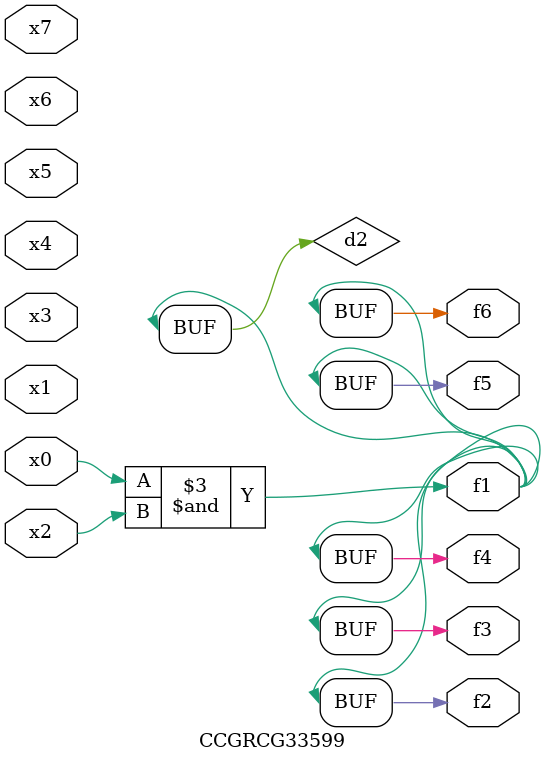
<source format=v>
module CCGRCG33599(
	input x0, x1, x2, x3, x4, x5, x6, x7,
	output f1, f2, f3, f4, f5, f6
);

	wire d1, d2;

	nor (d1, x3, x6);
	and (d2, x0, x2);
	assign f1 = d2;
	assign f2 = d2;
	assign f3 = d2;
	assign f4 = d2;
	assign f5 = d2;
	assign f6 = d2;
endmodule

</source>
